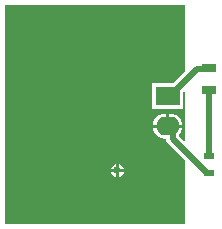
<source format=gbl>
G04*
G04 #@! TF.GenerationSoftware,Altium Limited,Altium Designer,20.0.13 (296)*
G04*
G04 Layer_Physical_Order=2*
G04 Layer_Color=16711680*
%FSLAX25Y25*%
%MOIN*%
G70*
G01*
G75*
%ADD13R,0.05118X0.02756*%
%ADD14R,0.03543X0.02362*%
%ADD19C,0.01968*%
%ADD20O,0.07874X0.06299*%
%ADD21R,0.07874X0.06299*%
%ADD22C,0.02362*%
G36*
X62992Y53673D02*
X59082Y49764D01*
X51968D01*
Y41102D01*
X62205D01*
Y46639D01*
X62555Y46928D01*
X62992Y46742D01*
Y30744D01*
X62530Y30553D01*
X60910Y32173D01*
Y32574D01*
X61499Y33340D01*
X61917Y34350D01*
X61994Y34933D01*
X52180D01*
X52256Y34350D01*
X52675Y33340D01*
X53340Y32473D01*
X54207Y31808D01*
X55216Y31390D01*
X56299Y31248D01*
X56497D01*
X56663Y30413D01*
X57142Y29697D01*
X62992Y23846D01*
Y2953D01*
X2953D01*
Y75787D01*
X62992D01*
Y53673D01*
D02*
G37*
%LPC*%
G36*
X57874Y39619D02*
X57587D01*
Y35933D01*
X61994D01*
X61917Y36516D01*
X61499Y37526D01*
X60834Y38393D01*
X59967Y39058D01*
X58957Y39476D01*
X57874Y39619D01*
D02*
G37*
G36*
X56587D02*
X56299D01*
X55216Y39476D01*
X54207Y39058D01*
X53340Y38393D01*
X52675Y37526D01*
X52256Y36516D01*
X52180Y35933D01*
X56587D01*
Y39619D01*
D02*
G37*
G36*
X40854Y22794D02*
Y21169D01*
X42479D01*
X42409Y21520D01*
X41927Y22242D01*
X41205Y22724D01*
X40854Y22794D01*
D02*
G37*
G36*
X39854D02*
X39503Y22724D01*
X38782Y22242D01*
X38300Y21520D01*
X38230Y21169D01*
X39854D01*
Y22794D01*
D02*
G37*
G36*
X42479Y20169D02*
X40854D01*
Y18545D01*
X41205Y18615D01*
X41927Y19097D01*
X42409Y19818D01*
X42479Y20169D01*
D02*
G37*
G36*
X39854D02*
X38230D01*
X38300Y19818D01*
X38782Y19097D01*
X39503Y18615D01*
X39854Y18545D01*
Y20169D01*
D02*
G37*
%LPD*%
D13*
X70866Y47441D02*
D03*
Y54921D02*
D03*
D14*
Y25591D02*
D03*
Y19685D02*
D03*
D19*
X70276D02*
X70866D01*
X58703Y31258D02*
X70276Y19685D01*
X58703Y31258D02*
Y33817D01*
X57087Y35433D02*
X58703Y33817D01*
X70866Y25591D02*
Y47441D01*
X57087Y45433D02*
X57874D01*
X66969Y54527D01*
X70472D01*
X70866Y54921D01*
D20*
X57087Y35433D02*
D03*
D21*
Y45433D02*
D03*
D22*
X40354Y20669D02*
D03*
M02*

</source>
